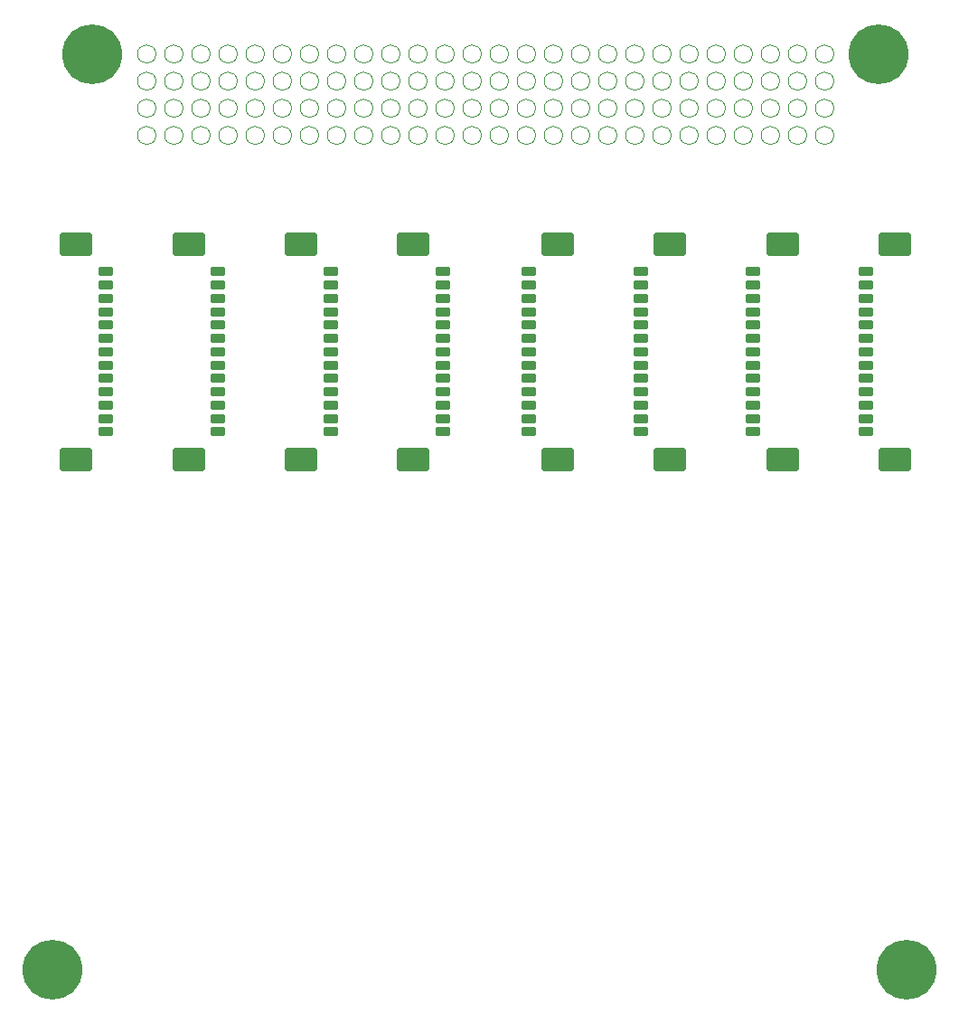
<source format=gts>
G04 #@! TF.GenerationSoftware,KiCad,Pcbnew,7.0.9-1.fc38*
G04 #@! TF.CreationDate,2023-11-17T02:46:57-03:00*
G04 #@! TF.ProjectId,pc104-adapter-bottom,70633130-342d-4616-9461-707465722d62,v2.1*
G04 #@! TF.SameCoordinates,Original*
G04 #@! TF.FileFunction,Soldermask,Top*
G04 #@! TF.FilePolarity,Negative*
%FSLAX46Y46*%
G04 Gerber Fmt 4.6, Leading zero omitted, Abs format (unit mm)*
G04 Created by KiCad (PCBNEW 7.0.9-1.fc38) date 2023-11-17 02:46:57*
%MOMM*%
%LPD*%
G01*
G04 APERTURE LIST*
G04 Aperture macros list*
%AMRoundRect*
0 Rectangle with rounded corners*
0 $1 Rounding radius*
0 $2 $3 $4 $5 $6 $7 $8 $9 X,Y pos of 4 corners*
0 Add a 4 corners polygon primitive as box body*
4,1,4,$2,$3,$4,$5,$6,$7,$8,$9,$2,$3,0*
0 Add four circle primitives for the rounded corners*
1,1,$1+$1,$2,$3*
1,1,$1+$1,$4,$5*
1,1,$1+$1,$6,$7*
1,1,$1+$1,$8,$9*
0 Add four rect primitives between the rounded corners*
20,1,$1+$1,$2,$3,$4,$5,0*
20,1,$1+$1,$4,$5,$6,$7,0*
20,1,$1+$1,$6,$7,$8,$9,0*
20,1,$1+$1,$8,$9,$2,$3,0*%
G04 Aperture macros list end*
%ADD10C,0.100000*%
%ADD11C,5.600000*%
%ADD12RoundRect,0.250000X-0.450000X0.200000X-0.450000X-0.200000X0.450000X-0.200000X0.450000X0.200000X0*%
%ADD13RoundRect,0.300001X-1.249999X0.799999X-1.249999X-0.799999X1.249999X-0.799999X1.249999X0.799999X0*%
%ADD14RoundRect,0.250000X0.450000X-0.200000X0.450000X0.200000X-0.450000X0.200000X-0.450000X-0.200000X0*%
%ADD15RoundRect,0.300001X1.249999X-0.799999X1.249999X0.799999X-1.249999X0.799999X-1.249999X-0.799999X0*%
G04 APERTURE END LIST*
D10*
X116111000Y-54236000D02*
G75*
G03*
X116111000Y-54236000I-861000J0D01*
G01*
X116111000Y-56776000D02*
G75*
G03*
X116111000Y-56776000I-861000J0D01*
G01*
X118651000Y-54236000D02*
G75*
G03*
X118651000Y-54236000I-861000J0D01*
G01*
X118651000Y-56776000D02*
G75*
G03*
X118651000Y-56776000I-861000J0D01*
G01*
X121191000Y-54236000D02*
G75*
G03*
X121191000Y-54236000I-861000J0D01*
G01*
X121191000Y-56776000D02*
G75*
G03*
X121191000Y-56776000I-861000J0D01*
G01*
X123731000Y-54236000D02*
G75*
G03*
X123731000Y-54236000I-861000J0D01*
G01*
X123731000Y-56776000D02*
G75*
G03*
X123731000Y-56776000I-861000J0D01*
G01*
X126271000Y-54236000D02*
G75*
G03*
X126271000Y-54236000I-861000J0D01*
G01*
X126271000Y-56776000D02*
G75*
G03*
X126271000Y-56776000I-861000J0D01*
G01*
X128811000Y-54236000D02*
G75*
G03*
X128811000Y-54236000I-861000J0D01*
G01*
X128811000Y-56776000D02*
G75*
G03*
X128811000Y-56776000I-861000J0D01*
G01*
X131351000Y-54236000D02*
G75*
G03*
X131351000Y-54236000I-861000J0D01*
G01*
X131351000Y-56776000D02*
G75*
G03*
X131351000Y-56776000I-861000J0D01*
G01*
X133891000Y-54236000D02*
G75*
G03*
X133891000Y-54236000I-861000J0D01*
G01*
X133891000Y-56776000D02*
G75*
G03*
X133891000Y-56776000I-861000J0D01*
G01*
X136431000Y-54236000D02*
G75*
G03*
X136431000Y-54236000I-861000J0D01*
G01*
X136431000Y-56776000D02*
G75*
G03*
X136431000Y-56776000I-861000J0D01*
G01*
X138971000Y-54236000D02*
G75*
G03*
X138971000Y-54236000I-861000J0D01*
G01*
X138971000Y-56776000D02*
G75*
G03*
X138971000Y-56776000I-861000J0D01*
G01*
X141511000Y-54236000D02*
G75*
G03*
X141511000Y-54236000I-861000J0D01*
G01*
X141511000Y-56776000D02*
G75*
G03*
X141511000Y-56776000I-861000J0D01*
G01*
X144051000Y-54236000D02*
G75*
G03*
X144051000Y-54236000I-861000J0D01*
G01*
X144051000Y-56776000D02*
G75*
G03*
X144051000Y-56776000I-861000J0D01*
G01*
X146591000Y-54236000D02*
G75*
G03*
X146591000Y-54236000I-861000J0D01*
G01*
X146591000Y-56776000D02*
G75*
G03*
X146591000Y-56776000I-861000J0D01*
G01*
X149131000Y-54236000D02*
G75*
G03*
X149131000Y-54236000I-861000J0D01*
G01*
X149131000Y-56776000D02*
G75*
G03*
X149131000Y-56776000I-861000J0D01*
G01*
X151671000Y-54236000D02*
G75*
G03*
X151671000Y-54236000I-861000J0D01*
G01*
X151671000Y-56776000D02*
G75*
G03*
X151671000Y-56776000I-861000J0D01*
G01*
X154211000Y-54236000D02*
G75*
G03*
X154211000Y-54236000I-861000J0D01*
G01*
X154211000Y-56776000D02*
G75*
G03*
X154211000Y-56776000I-861000J0D01*
G01*
X156751000Y-54236000D02*
G75*
G03*
X156751000Y-54236000I-861000J0D01*
G01*
X156751000Y-56776000D02*
G75*
G03*
X156751000Y-56776000I-861000J0D01*
G01*
X159291000Y-54236000D02*
G75*
G03*
X159291000Y-54236000I-861000J0D01*
G01*
X159291000Y-56776000D02*
G75*
G03*
X159291000Y-56776000I-861000J0D01*
G01*
X161831000Y-54236000D02*
G75*
G03*
X161831000Y-54236000I-861000J0D01*
G01*
X161831000Y-56776000D02*
G75*
G03*
X161831000Y-56776000I-861000J0D01*
G01*
X164371000Y-54236000D02*
G75*
G03*
X164371000Y-54236000I-861000J0D01*
G01*
X164371000Y-56776000D02*
G75*
G03*
X164371000Y-56776000I-861000J0D01*
G01*
X166911000Y-54236000D02*
G75*
G03*
X166911000Y-54236000I-861000J0D01*
G01*
X166911000Y-56776000D02*
G75*
G03*
X166911000Y-56776000I-861000J0D01*
G01*
X169451000Y-54236000D02*
G75*
G03*
X169451000Y-54236000I-861000J0D01*
G01*
X169451000Y-56776000D02*
G75*
G03*
X169451000Y-56776000I-861000J0D01*
G01*
X171991000Y-54236000D02*
G75*
G03*
X171991000Y-54236000I-861000J0D01*
G01*
X171991000Y-56776000D02*
G75*
G03*
X171991000Y-56776000I-861000J0D01*
G01*
X174531000Y-54236000D02*
G75*
G03*
X174531000Y-54236000I-861000J0D01*
G01*
X174531000Y-56776000D02*
G75*
G03*
X174531000Y-56776000I-861000J0D01*
G01*
X177071000Y-54236000D02*
G75*
G03*
X177071000Y-54236000I-861000J0D01*
G01*
X177071000Y-56776000D02*
G75*
G03*
X177071000Y-56776000I-861000J0D01*
G01*
X179611000Y-54236000D02*
G75*
G03*
X179611000Y-54236000I-861000J0D01*
G01*
X179611000Y-56776000D02*
G75*
G03*
X179611000Y-56776000I-861000J0D01*
G01*
X116111000Y-59316000D02*
G75*
G03*
X116111000Y-59316000I-861000J0D01*
G01*
X116111000Y-61856000D02*
G75*
G03*
X116111000Y-61856000I-861000J0D01*
G01*
X118651000Y-59316000D02*
G75*
G03*
X118651000Y-59316000I-861000J0D01*
G01*
X118651000Y-61856000D02*
G75*
G03*
X118651000Y-61856000I-861000J0D01*
G01*
X121191000Y-59316000D02*
G75*
G03*
X121191000Y-59316000I-861000J0D01*
G01*
X121191000Y-61856000D02*
G75*
G03*
X121191000Y-61856000I-861000J0D01*
G01*
X123731000Y-59316000D02*
G75*
G03*
X123731000Y-59316000I-861000J0D01*
G01*
X123731000Y-61856000D02*
G75*
G03*
X123731000Y-61856000I-861000J0D01*
G01*
X126271000Y-59316000D02*
G75*
G03*
X126271000Y-59316000I-861000J0D01*
G01*
X126271000Y-61856000D02*
G75*
G03*
X126271000Y-61856000I-861000J0D01*
G01*
X128811000Y-59316000D02*
G75*
G03*
X128811000Y-59316000I-861000J0D01*
G01*
X128811000Y-61856000D02*
G75*
G03*
X128811000Y-61856000I-861000J0D01*
G01*
X131351000Y-59316000D02*
G75*
G03*
X131351000Y-59316000I-861000J0D01*
G01*
X131351000Y-61856000D02*
G75*
G03*
X131351000Y-61856000I-861000J0D01*
G01*
X133891000Y-59316000D02*
G75*
G03*
X133891000Y-59316000I-861000J0D01*
G01*
X133891000Y-61856000D02*
G75*
G03*
X133891000Y-61856000I-861000J0D01*
G01*
X136431000Y-59316000D02*
G75*
G03*
X136431000Y-59316000I-861000J0D01*
G01*
X136431000Y-61856000D02*
G75*
G03*
X136431000Y-61856000I-861000J0D01*
G01*
X138971000Y-59316000D02*
G75*
G03*
X138971000Y-59316000I-861000J0D01*
G01*
X138971000Y-61856000D02*
G75*
G03*
X138971000Y-61856000I-861000J0D01*
G01*
X141511000Y-59316000D02*
G75*
G03*
X141511000Y-59316000I-861000J0D01*
G01*
X141511000Y-61856000D02*
G75*
G03*
X141511000Y-61856000I-861000J0D01*
G01*
X144051000Y-59316000D02*
G75*
G03*
X144051000Y-59316000I-861000J0D01*
G01*
X144051000Y-61856000D02*
G75*
G03*
X144051000Y-61856000I-861000J0D01*
G01*
X146591000Y-59316000D02*
G75*
G03*
X146591000Y-59316000I-861000J0D01*
G01*
X146591000Y-61856000D02*
G75*
G03*
X146591000Y-61856000I-861000J0D01*
G01*
X149131000Y-59316000D02*
G75*
G03*
X149131000Y-59316000I-861000J0D01*
G01*
X149131000Y-61856000D02*
G75*
G03*
X149131000Y-61856000I-861000J0D01*
G01*
X151671000Y-59316000D02*
G75*
G03*
X151671000Y-59316000I-861000J0D01*
G01*
X151671000Y-61856000D02*
G75*
G03*
X151671000Y-61856000I-861000J0D01*
G01*
X154211000Y-59316000D02*
G75*
G03*
X154211000Y-59316000I-861000J0D01*
G01*
X154211000Y-61856000D02*
G75*
G03*
X154211000Y-61856000I-861000J0D01*
G01*
X156751000Y-59316000D02*
G75*
G03*
X156751000Y-59316000I-861000J0D01*
G01*
X156751000Y-61856000D02*
G75*
G03*
X156751000Y-61856000I-861000J0D01*
G01*
X159291000Y-59316000D02*
G75*
G03*
X159291000Y-59316000I-861000J0D01*
G01*
X159291000Y-61856000D02*
G75*
G03*
X159291000Y-61856000I-861000J0D01*
G01*
X161831000Y-59316000D02*
G75*
G03*
X161831000Y-59316000I-861000J0D01*
G01*
X161831000Y-61856000D02*
G75*
G03*
X161831000Y-61856000I-861000J0D01*
G01*
X164371000Y-59316000D02*
G75*
G03*
X164371000Y-59316000I-861000J0D01*
G01*
X164371000Y-61856000D02*
G75*
G03*
X164371000Y-61856000I-861000J0D01*
G01*
X166911000Y-59316000D02*
G75*
G03*
X166911000Y-59316000I-861000J0D01*
G01*
X166911000Y-61856000D02*
G75*
G03*
X166911000Y-61856000I-861000J0D01*
G01*
X169451000Y-59316000D02*
G75*
G03*
X169451000Y-59316000I-861000J0D01*
G01*
X169451000Y-61856000D02*
G75*
G03*
X169451000Y-61856000I-861000J0D01*
G01*
X171991000Y-59316000D02*
G75*
G03*
X171991000Y-59316000I-861000J0D01*
G01*
X171991000Y-61856000D02*
G75*
G03*
X171991000Y-61856000I-861000J0D01*
G01*
X174531000Y-59316000D02*
G75*
G03*
X174531000Y-59316000I-861000J0D01*
G01*
X174531000Y-61856000D02*
G75*
G03*
X174531000Y-61856000I-861000J0D01*
G01*
X177071000Y-59316000D02*
G75*
G03*
X177071000Y-59316000I-861000J0D01*
G01*
X177071000Y-61856000D02*
G75*
G03*
X177071000Y-61856000I-861000J0D01*
G01*
X179611000Y-59316000D02*
G75*
G03*
X179611000Y-59316000I-861000J0D01*
G01*
X179611000Y-61856000D02*
G75*
G03*
X179611000Y-61856000I-861000J0D01*
G01*
D11*
X110150000Y-54234000D03*
X183840000Y-54236000D03*
D12*
X121935000Y-74600000D03*
X121935000Y-75850000D03*
X121935000Y-77100000D03*
X121935000Y-78350000D03*
X121935000Y-79600000D03*
X121935000Y-80850000D03*
X121935000Y-82100000D03*
X121935000Y-83350000D03*
X121935000Y-84600000D03*
X121935000Y-85850000D03*
X121935000Y-87100000D03*
X121935000Y-88350000D03*
X121935000Y-89600000D03*
D13*
X119185000Y-72050000D03*
X119185000Y-92150000D03*
D12*
X142984000Y-74600000D03*
X142984000Y-75850000D03*
X142984000Y-77100000D03*
X142984000Y-78350000D03*
X142984000Y-79600000D03*
X142984000Y-80850000D03*
X142984000Y-82100000D03*
X142984000Y-83350000D03*
X142984000Y-84600000D03*
X142984000Y-85850000D03*
X142984000Y-87100000D03*
X142984000Y-88350000D03*
X142984000Y-89600000D03*
D13*
X140234000Y-72050000D03*
X140234000Y-92150000D03*
D14*
X161533000Y-89600000D03*
X161533000Y-88350000D03*
X161533000Y-87100000D03*
X161533000Y-85850000D03*
X161533000Y-84600000D03*
X161533000Y-83350000D03*
X161533000Y-82100000D03*
X161533000Y-80850000D03*
X161533000Y-79600000D03*
X161533000Y-78350000D03*
X161533000Y-77100000D03*
X161533000Y-75850000D03*
X161533000Y-74600000D03*
D15*
X164283000Y-92150000D03*
X164283000Y-72050000D03*
D14*
X172058000Y-89600000D03*
X172058000Y-88350000D03*
X172058000Y-87100000D03*
X172058000Y-85850000D03*
X172058000Y-84600000D03*
X172058000Y-83350000D03*
X172058000Y-82100000D03*
X172058000Y-80850000D03*
X172058000Y-79600000D03*
X172058000Y-78350000D03*
X172058000Y-77100000D03*
X172058000Y-75850000D03*
X172058000Y-74600000D03*
D15*
X174808000Y-92150000D03*
X174808000Y-72050000D03*
D12*
X111410000Y-74600000D03*
X111410000Y-75850000D03*
X111410000Y-77100000D03*
X111410000Y-78350000D03*
X111410000Y-79600000D03*
X111410000Y-80850000D03*
X111410000Y-82100000D03*
X111410000Y-83350000D03*
X111410000Y-84600000D03*
X111410000Y-85850000D03*
X111410000Y-87100000D03*
X111410000Y-88350000D03*
X111410000Y-89600000D03*
D13*
X108660000Y-72050000D03*
X108660000Y-92150000D03*
D12*
X132459000Y-74600000D03*
X132459000Y-75850000D03*
X132459000Y-77100000D03*
X132459000Y-78350000D03*
X132459000Y-79600000D03*
X132459000Y-80850000D03*
X132459000Y-82100000D03*
X132459000Y-83350000D03*
X132459000Y-84600000D03*
X132459000Y-85850000D03*
X132459000Y-87100000D03*
X132459000Y-88350000D03*
X132459000Y-89600000D03*
D13*
X129709000Y-72050000D03*
X129709000Y-92150000D03*
D14*
X151008000Y-89600000D03*
X151008000Y-88350000D03*
X151008000Y-87100000D03*
X151008000Y-85850000D03*
X151008000Y-84600000D03*
X151008000Y-83350000D03*
X151008000Y-82100000D03*
X151008000Y-80850000D03*
X151008000Y-79600000D03*
X151008000Y-78350000D03*
X151008000Y-77100000D03*
X151008000Y-75850000D03*
X151008000Y-74600000D03*
D15*
X153758000Y-92150000D03*
X153758000Y-72050000D03*
D14*
X182582000Y-89600000D03*
X182582000Y-88350000D03*
X182582000Y-87100000D03*
X182582000Y-85850000D03*
X182582000Y-84600000D03*
X182582000Y-83350000D03*
X182582000Y-82100000D03*
X182582000Y-80850000D03*
X182582000Y-79600000D03*
X182582000Y-78350000D03*
X182582000Y-77100000D03*
X182582000Y-75850000D03*
X182582000Y-74600000D03*
D15*
X185332000Y-92150000D03*
X185332000Y-72050000D03*
D11*
X106450000Y-139936000D03*
X186450000Y-139936000D03*
M02*

</source>
